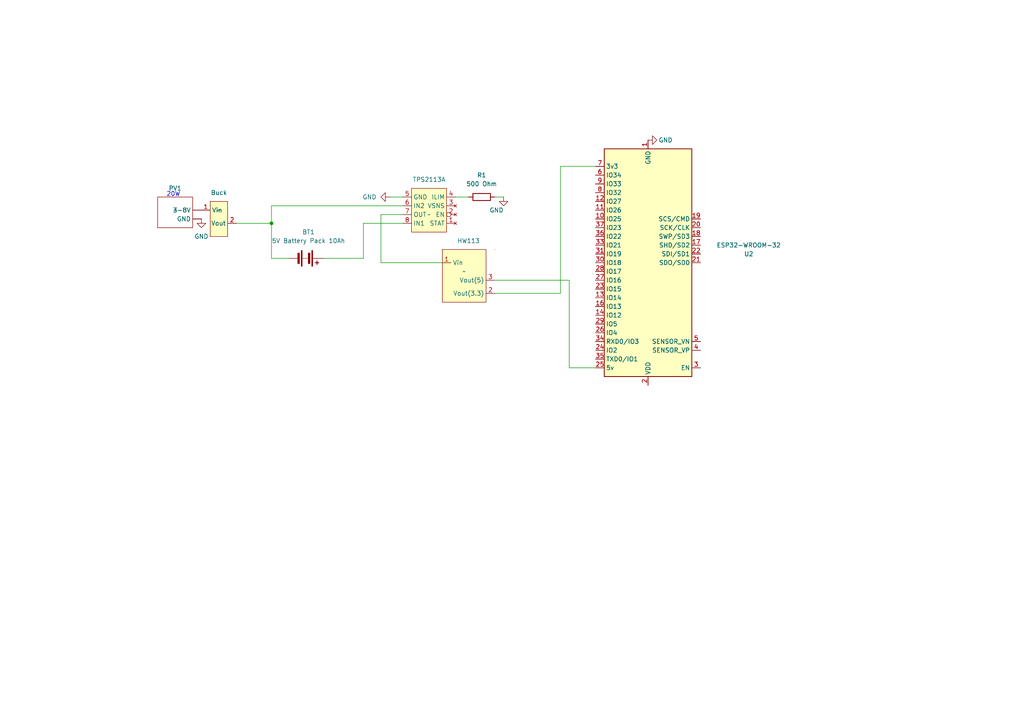
<source format=kicad_sch>
(kicad_sch (version 20230121) (generator eeschema)

  (uuid cca732cd-bb95-4fc9-b624-b9c93289a6a3)

  (paper "A4")

  (title_block
    (title "Lawrence Zeng Power Schematic")
  )

  (lib_symbols
    (symbol "Device:Battery" (pin_numbers hide) (pin_names (offset 0) hide) (in_bom yes) (on_board yes)
      (property "Reference" "BT" (at 2.54 2.54 0)
        (effects (font (size 1.27 1.27)) (justify left))
      )
      (property "Value" "Battery" (at 2.54 0 0)
        (effects (font (size 1.27 1.27)) (justify left))
      )
      (property "Footprint" "" (at 0 1.524 90)
        (effects (font (size 1.27 1.27)) hide)
      )
      (property "Datasheet" "~" (at 0 1.524 90)
        (effects (font (size 1.27 1.27)) hide)
      )
      (property "ki_keywords" "batt voltage-source cell" (at 0 0 0)
        (effects (font (size 1.27 1.27)) hide)
      )
      (property "ki_description" "Multiple-cell battery" (at 0 0 0)
        (effects (font (size 1.27 1.27)) hide)
      )
      (symbol "Battery_0_1"
        (rectangle (start -2.286 -1.27) (end 2.286 -1.524)
          (stroke (width 0) (type default))
          (fill (type outline))
        )
        (rectangle (start -2.286 1.778) (end 2.286 1.524)
          (stroke (width 0) (type default))
          (fill (type outline))
        )
        (rectangle (start -1.524 -2.032) (end 1.524 -2.54)
          (stroke (width 0) (type default))
          (fill (type outline))
        )
        (rectangle (start -1.524 1.016) (end 1.524 0.508)
          (stroke (width 0) (type default))
          (fill (type outline))
        )
        (polyline
          (pts
            (xy 0 -1.016)
            (xy 0 -0.762)
          )
          (stroke (width 0) (type default))
          (fill (type none))
        )
        (polyline
          (pts
            (xy 0 -0.508)
            (xy 0 -0.254)
          )
          (stroke (width 0) (type default))
          (fill (type none))
        )
        (polyline
          (pts
            (xy 0 0)
            (xy 0 0.254)
          )
          (stroke (width 0) (type default))
          (fill (type none))
        )
        (polyline
          (pts
            (xy 0 1.778)
            (xy 0 2.54)
          )
          (stroke (width 0) (type default))
          (fill (type none))
        )
        (polyline
          (pts
            (xy 0.762 3.048)
            (xy 1.778 3.048)
          )
          (stroke (width 0.254) (type default))
          (fill (type none))
        )
        (polyline
          (pts
            (xy 1.27 3.556)
            (xy 1.27 2.54)
          )
          (stroke (width 0.254) (type default))
          (fill (type none))
        )
      )
      (symbol "Battery_1_1"
        (pin passive line (at 0 5.08 270) (length 2.54)
          (name "+" (effects (font (size 1.27 1.27))))
          (number "1" (effects (font (size 1.27 1.27))))
        )
        (pin passive line (at 0 -5.08 90) (length 2.54)
          (name "-" (effects (font (size 1.27 1.27))))
          (number "2" (effects (font (size 1.27 1.27))))
        )
      )
    )
    (symbol "Device:R" (pin_numbers hide) (pin_names (offset 0)) (in_bom yes) (on_board yes)
      (property "Reference" "R" (at 2.032 0 90)
        (effects (font (size 1.27 1.27)))
      )
      (property "Value" "R" (at 0 0 90)
        (effects (font (size 1.27 1.27)))
      )
      (property "Footprint" "" (at -1.778 0 90)
        (effects (font (size 1.27 1.27)) hide)
      )
      (property "Datasheet" "~" (at 0 0 0)
        (effects (font (size 1.27 1.27)) hide)
      )
      (property "ki_keywords" "R res resistor" (at 0 0 0)
        (effects (font (size 1.27 1.27)) hide)
      )
      (property "ki_description" "Resistor" (at 0 0 0)
        (effects (font (size 1.27 1.27)) hide)
      )
      (property "ki_fp_filters" "R_*" (at 0 0 0)
        (effects (font (size 1.27 1.27)) hide)
      )
      (symbol "R_0_1"
        (rectangle (start -1.016 -2.54) (end 1.016 2.54)
          (stroke (width 0.254) (type default))
          (fill (type none))
        )
      )
      (symbol "R_1_1"
        (pin passive line (at 0 3.81 270) (length 1.27)
          (name "~" (effects (font (size 1.27 1.27))))
          (number "1" (effects (font (size 1.27 1.27))))
        )
        (pin passive line (at 0 -3.81 90) (length 1.27)
          (name "~" (effects (font (size 1.27 1.27))))
          (number "2" (effects (font (size 1.27 1.27))))
        )
      )
    )
    (symbol "ESP32-WROOM-32_1" (in_bom yes) (on_board yes)
      (property "Reference" "U1" (at 1.27 -48.26 90)
        (effects (font (size 1.27 1.27)))
      )
      (property "Value" "ESP32-WROOM-32" (at -1.27 -49.53 90)
        (effects (font (size 1.27 1.27)))
      )
      (property "Footprint" "RF_Module:ESP32-WROOM-32" (at 0 -38.1 0)
        (effects (font (size 1.27 1.27)) hide)
      )
      (property "Datasheet" "https://www.espressif.com/sites/default/files/documentation/esp32-wroom-32_datasheet_en.pdf" (at -7.62 1.27 0)
        (effects (font (size 1.27 1.27)) hide)
      )
      (property "ki_keywords" "RF Radio BT ESP ESP32 Espressif onboard PCB antenna" (at 0 0 0)
        (effects (font (size 1.27 1.27)) hide)
      )
      (property "ki_description" "RF Module, ESP32-D0WDQ6 SoC, Wi-Fi 802.11b/g/n, Bluetooth, BLE, 32-bit, 2.7-3.6V, onboard antenna, SMD" (at 0 0 0)
        (effects (font (size 1.27 1.27)) hide)
      )
      (property "ki_fp_filters" "ESP32?WROOM?32*" (at 0 0 0)
        (effects (font (size 1.27 1.27)) hide)
      )
      (symbol "ESP32-WROOM-32_1_0_1"
        (rectangle (start -12.7 33.02) (end 12.7 -33.02)
          (stroke (width 0.254) (type default))
          (fill (type background))
        )
      )
      (symbol "ESP32-WROOM-32_1_1_1"
        (pin power_in line (at 0 -35.56 90) (length 2.54)
          (name "GND" (effects (font (size 1.27 1.27))))
          (number "1" (effects (font (size 1.27 1.27))))
        )
        (pin bidirectional line (at 15.24 -12.7 180) (length 2.54)
          (name "IO25" (effects (font (size 1.27 1.27))))
          (number "10" (effects (font (size 1.27 1.27))))
        )
        (pin bidirectional line (at 15.24 -15.24 180) (length 2.54)
          (name "IO26" (effects (font (size 1.27 1.27))))
          (number "11" (effects (font (size 1.27 1.27))))
        )
        (pin bidirectional line (at 15.24 -17.78 180) (length 2.54)
          (name "IO27" (effects (font (size 1.27 1.27))))
          (number "12" (effects (font (size 1.27 1.27))))
        )
        (pin bidirectional line (at 15.24 10.16 180) (length 2.54)
          (name "IO14" (effects (font (size 1.27 1.27))))
          (number "13" (effects (font (size 1.27 1.27))))
        )
        (pin bidirectional line (at 15.24 15.24 180) (length 2.54)
          (name "IO12" (effects (font (size 1.27 1.27))))
          (number "14" (effects (font (size 1.27 1.27))))
        )
        (pin passive line (at 0 -35.56 90) (length 2.54) hide
          (name "GND" (effects (font (size 1.27 1.27))))
          (number "15" (effects (font (size 1.27 1.27))))
        )
        (pin bidirectional line (at 15.24 12.7 180) (length 2.54)
          (name "IO13" (effects (font (size 1.27 1.27))))
          (number "16" (effects (font (size 1.27 1.27))))
        )
        (pin bidirectional line (at -15.24 -5.08 0) (length 2.54)
          (name "SHD/SD2" (effects (font (size 1.27 1.27))))
          (number "17" (effects (font (size 1.27 1.27))))
        )
        (pin bidirectional line (at -15.24 -7.62 0) (length 2.54)
          (name "SWP/SD3" (effects (font (size 1.27 1.27))))
          (number "18" (effects (font (size 1.27 1.27))))
        )
        (pin bidirectional line (at -15.24 -12.7 0) (length 2.54)
          (name "SCS/CMD" (effects (font (size 1.27 1.27))))
          (number "19" (effects (font (size 1.27 1.27))))
        )
        (pin power_in line (at 0 35.56 270) (length 2.54)
          (name "VDD" (effects (font (size 1.27 1.27))))
          (number "2" (effects (font (size 1.27 1.27))))
        )
        (pin bidirectional line (at -15.24 -10.16 0) (length 2.54)
          (name "SCK/CLK" (effects (font (size 1.27 1.27))))
          (number "20" (effects (font (size 1.27 1.27))))
        )
        (pin bidirectional line (at -15.24 0 0) (length 2.54)
          (name "SDO/SD0" (effects (font (size 1.27 1.27))))
          (number "21" (effects (font (size 1.27 1.27))))
        )
        (pin bidirectional line (at -15.24 -2.54 0) (length 2.54)
          (name "SDI/SD1" (effects (font (size 1.27 1.27))))
          (number "22" (effects (font (size 1.27 1.27))))
        )
        (pin bidirectional line (at 15.24 7.62 180) (length 2.54)
          (name "IO15" (effects (font (size 1.27 1.27))))
          (number "23" (effects (font (size 1.27 1.27))))
        )
        (pin bidirectional line (at 15.24 25.4 180) (length 2.54)
          (name "IO2" (effects (font (size 1.27 1.27))))
          (number "24" (effects (font (size 1.27 1.27))))
        )
        (pin bidirectional line (at 15.24 30.48 180) (length 2.54)
          (name "5v" (effects (font (size 1.27 1.27))))
          (number "25" (effects (font (size 1.27 1.27))))
        )
        (pin bidirectional line (at 15.24 20.32 180) (length 2.54)
          (name "IO4" (effects (font (size 1.27 1.27))))
          (number "26" (effects (font (size 1.27 1.27))))
        )
        (pin bidirectional line (at 15.24 5.08 180) (length 2.54)
          (name "IO16" (effects (font (size 1.27 1.27))))
          (number "27" (effects (font (size 1.27 1.27))))
        )
        (pin bidirectional line (at 15.24 2.54 180) (length 2.54)
          (name "IO17" (effects (font (size 1.27 1.27))))
          (number "28" (effects (font (size 1.27 1.27))))
        )
        (pin bidirectional line (at 15.24 17.78 180) (length 2.54)
          (name "IO5" (effects (font (size 1.27 1.27))))
          (number "29" (effects (font (size 1.27 1.27))))
        )
        (pin input line (at -15.24 30.48 0) (length 2.54)
          (name "EN" (effects (font (size 1.27 1.27))))
          (number "3" (effects (font (size 1.27 1.27))))
        )
        (pin bidirectional line (at 15.24 0 180) (length 2.54)
          (name "IO18" (effects (font (size 1.27 1.27))))
          (number "30" (effects (font (size 1.27 1.27))))
        )
        (pin bidirectional line (at 15.24 -2.54 180) (length 2.54)
          (name "IO19" (effects (font (size 1.27 1.27))))
          (number "31" (effects (font (size 1.27 1.27))))
        )
        (pin no_connect line (at -12.7 -27.94 0) (length 2.54) hide
          (name "NC" (effects (font (size 1.27 1.27))))
          (number "32" (effects (font (size 1.27 1.27))))
        )
        (pin bidirectional line (at 15.24 -5.08 180) (length 2.54)
          (name "IO21" (effects (font (size 1.27 1.27))))
          (number "33" (effects (font (size 1.27 1.27))))
        )
        (pin bidirectional line (at 15.24 22.86 180) (length 2.54)
          (name "RXD0/IO3" (effects (font (size 1.27 1.27))))
          (number "34" (effects (font (size 1.27 1.27))))
        )
        (pin bidirectional line (at 15.24 27.94 180) (length 2.54)
          (name "TXD0/IO1" (effects (font (size 1.27 1.27))))
          (number "35" (effects (font (size 1.27 1.27))))
        )
        (pin bidirectional line (at 15.24 -7.62 180) (length 2.54)
          (name "IO22" (effects (font (size 1.27 1.27))))
          (number "36" (effects (font (size 1.27 1.27))))
        )
        (pin bidirectional line (at 15.24 -10.16 180) (length 2.54)
          (name "IO23" (effects (font (size 1.27 1.27))))
          (number "37" (effects (font (size 1.27 1.27))))
        )
        (pin passive line (at 0 -35.56 90) (length 2.54) hide
          (name "GND" (effects (font (size 1.27 1.27))))
          (number "38" (effects (font (size 1.27 1.27))))
        )
        (pin passive line (at 0 -35.56 90) (length 2.54) hide
          (name "GND" (effects (font (size 1.27 1.27))))
          (number "39" (effects (font (size 1.27 1.27))))
        )
        (pin input line (at -15.24 25.4 0) (length 2.54)
          (name "SENSOR_VP" (effects (font (size 1.27 1.27))))
          (number "4" (effects (font (size 1.27 1.27))))
        )
        (pin input line (at -15.24 22.86 0) (length 2.54)
          (name "SENSOR_VN" (effects (font (size 1.27 1.27))))
          (number "5" (effects (font (size 1.27 1.27))))
        )
        (pin input line (at 15.24 -25.4 180) (length 2.54)
          (name "IO34" (effects (font (size 1.27 1.27))))
          (number "6" (effects (font (size 1.27 1.27))))
        )
        (pin bidirectional line (at 15.24 -27.94 180) (length 2.54)
          (name "3v3" (effects (font (size 1.27 1.27))))
          (number "7" (effects (font (size 1.27 1.27))))
        )
        (pin bidirectional line (at 15.24 -20.32 180) (length 2.54)
          (name "IO32" (effects (font (size 1.27 1.27))))
          (number "8" (effects (font (size 1.27 1.27))))
        )
        (pin bidirectional line (at 15.24 -22.86 180) (length 2.54)
          (name "IO33" (effects (font (size 1.27 1.27))))
          (number "9" (effects (font (size 1.27 1.27))))
        )
      )
    )
    (symbol "New_Library:HW-131" (in_bom yes) (on_board yes)
      (property "Reference" "U" (at 0 7.62 0)
        (effects (font (size 1.27 1.27)))
      )
      (property "Value" "" (at 0 0 0)
        (effects (font (size 1.27 1.27)))
      )
      (property "Footprint" "" (at 0 0 0)
        (effects (font (size 1.27 1.27)) hide)
      )
      (property "Datasheet" "" (at 0 0 0)
        (effects (font (size 1.27 1.27)) hide)
      )
      (symbol "HW-131_0_1"
        (rectangle (start 8.89 6.35) (end 8.89 6.35)
          (stroke (width 0) (type default))
          (fill (type none))
        )
      )
      (symbol "HW-131_1_1"
        (rectangle (start -6.35 6.35) (end 6.35 -8.89)
          (stroke (width 0) (type default))
          (fill (type background))
        )
        (pin power_in line (at -6.35 2.54 0) (length 2.54)
          (name "Vin" (effects (font (size 1.27 1.27))))
          (number "1" (effects (font (size 1.27 1.27))))
        )
        (pin power_out line (at 8.89 -6.35 180) (length 2.54)
          (name "Vout(3.3)" (effects (font (size 1.27 1.27))))
          (number "2" (effects (font (size 1.27 1.27))))
        )
        (pin power_out line (at 8.89 -2.54 180) (length 2.54)
          (name "Vout(5)" (effects (font (size 1.27 1.27))))
          (number "3" (effects (font (size 1.27 1.27))))
        )
      )
    )
    (symbol "New_Library:buck" (in_bom yes) (on_board yes)
      (property "Reference" "U" (at 0 3.81 0)
        (effects (font (size 1.27 1.27)))
      )
      (property "Value" "" (at 0 0 0)
        (effects (font (size 1.27 1.27)))
      )
      (property "Footprint" "" (at 0 0 0)
        (effects (font (size 1.27 1.27)) hide)
      )
      (property "Datasheet" "" (at 0 0 0)
        (effects (font (size 1.27 1.27)) hide)
      )
      (symbol "buck_1_1"
        (rectangle (start -2.54 2.54) (end 2.54 -7.62)
          (stroke (width 0) (type default))
          (fill (type background))
        )
        (pin input line (at -5.08 0 0) (length 2.54)
          (name "Vin" (effects (font (size 1.27 1.27))))
          (number "1" (effects (font (size 1.27 1.27))))
        )
        (pin output line (at 5.08 -3.81 180) (length 2.54)
          (name "Vout" (effects (font (size 1.27 1.27))))
          (number "2" (effects (font (size 1.27 1.27))))
        )
      )
    )
    (symbol "New_Library:tsp2113apw" (in_bom yes) (on_board yes)
      (property "Reference" "U" (at 0 6.35 0)
        (effects (font (size 1.27 1.27)))
      )
      (property "Value" "" (at 0 0 0)
        (effects (font (size 1.27 1.27)))
      )
      (property "Footprint" "" (at 0 0 0)
        (effects (font (size 1.27 1.27)) hide)
      )
      (property "Datasheet" "" (at 0 0 0)
        (effects (font (size 1.27 1.27)) hide)
      )
      (symbol "tsp2113apw_1_1"
        (rectangle (start -5.08 5.08) (end 5.08 -7.62)
          (stroke (width 0) (type default))
          (fill (type background))
        )
        (pin no_connect line (at -7.62 2.54 0) (length 2.54)
          (name "STAT" (effects (font (size 1.27 1.27))))
          (number "1" (effects (font (size 1.27 1.27))))
        )
        (pin no_connect inverted (at -7.62 0 0) (length 2.54)
          (name "EN" (effects (font (size 1.27 1.27))))
          (number "2" (effects (font (size 1.27 1.27))))
        )
        (pin no_connect line (at -7.62 -2.54 0) (length 2.54)
          (name "VSNS" (effects (font (size 1.27 1.27))))
          (number "3" (effects (font (size 1.27 1.27))))
        )
        (pin input line (at -7.62 -5.08 0) (length 2.54)
          (name "ILIM" (effects (font (size 1.27 1.27))))
          (number "4" (effects (font (size 1.27 1.27))))
        )
        (pin power_in line (at 7.62 -5.08 180) (length 2.54)
          (name "GND" (effects (font (size 1.27 1.27))))
          (number "5" (effects (font (size 1.27 1.27))))
        )
        (pin power_in line (at 7.62 -2.54 180) (length 2.54)
          (name "IN2" (effects (font (size 1.27 1.27))))
          (number "6" (effects (font (size 1.27 1.27))))
        )
        (pin power_out line (at 7.62 0 180) (length 2.54)
          (name "OUT" (effects (font (size 1.27 1.27))))
          (number "7" (effects (font (size 1.27 1.27))))
        )
        (pin power_in line (at 7.62 2.54 180) (length 2.54)
          (name "IN1" (effects (font (size 1.27 1.27))))
          (number "8" (effects (font (size 1.27 1.27))))
        )
      )
    )
    (symbol "Solar_Panel_1" (in_bom yes) (on_board yes)
      (property "Reference" "PV" (at 0 7.62 0)
        (effects (font (size 1.27 1.27)))
      )
      (property "Value" "~" (at 0 0 0)
        (effects (font (size 1.27 1.27)))
      )
      (property "Footprint" "" (at 0 0 0)
        (effects (font (size 1.27 1.27)) hide)
      )
      (property "Datasheet" "" (at 0 0 0)
        (effects (font (size 1.27 1.27)) hide)
      )
      (symbol "Solar_Panel_1_0_1"
        (rectangle (start -5.08 3.81) (end 5.08 -5.08)
          (stroke (width 0) (type default))
          (fill (type none))
        )
      )
      (symbol "Solar_Panel_1_1_1"
        (pin power_out line (at 7.62 0 180) (length 2.54)
          (name "3-8V" (effects (font (size 1.27 1.27))))
          (number "" (effects (font (size 1.27 1.27))))
        )
        (pin power_out line (at 7.62 -2.54 180) (length 2.54)
          (name "GND" (effects (font (size 1.27 1.27))))
          (number "" (effects (font (size 1.27 1.27))))
        )
      )
    )
    (symbol "power:GND" (power) (pin_names (offset 0)) (in_bom yes) (on_board yes)
      (property "Reference" "#PWR" (at 0 -6.35 0)
        (effects (font (size 1.27 1.27)) hide)
      )
      (property "Value" "GND" (at 0 -3.81 0)
        (effects (font (size 1.27 1.27)))
      )
      (property "Footprint" "" (at 0 0 0)
        (effects (font (size 1.27 1.27)) hide)
      )
      (property "Datasheet" "" (at 0 0 0)
        (effects (font (size 1.27 1.27)) hide)
      )
      (property "ki_keywords" "global power" (at 0 0 0)
        (effects (font (size 1.27 1.27)) hide)
      )
      (property "ki_description" "Power symbol creates a global label with name \"GND\" , ground" (at 0 0 0)
        (effects (font (size 1.27 1.27)) hide)
      )
      (symbol "GND_0_1"
        (polyline
          (pts
            (xy 0 0)
            (xy 0 -1.27)
            (xy 1.27 -1.27)
            (xy 0 -2.54)
            (xy -1.27 -1.27)
            (xy 0 -1.27)
          )
          (stroke (width 0) (type default))
          (fill (type none))
        )
      )
      (symbol "GND_1_1"
        (pin power_in line (at 0 0 270) (length 0) hide
          (name "GND" (effects (font (size 1.27 1.27))))
          (number "1" (effects (font (size 1.27 1.27))))
        )
      )
    )
  )

  (junction (at 78.74 64.77) (diameter 0) (color 0 0 0 0)
    (uuid b7868271-bdc1-4ec3-a207-d5b69213be9a)
  )

  (wire (pts (xy 162.56 48.26) (xy 172.72 48.26))
    (stroke (width 0) (type default))
    (uuid 0ebf97ce-168a-4ffa-b7c0-0bd66a529289)
  )
  (wire (pts (xy 78.74 59.69) (xy 78.74 64.77))
    (stroke (width 0) (type default))
    (uuid 11f0045a-d58d-45d8-8606-8f1d97a782d3)
  )
  (wire (pts (xy 143.51 81.28) (xy 165.1 81.28))
    (stroke (width 0) (type default))
    (uuid 12865209-c5fc-43e3-9fb3-d9f76d820db9)
  )
  (wire (pts (xy 143.51 85.09) (xy 162.56 85.09))
    (stroke (width 0) (type default))
    (uuid 13e4281b-05c5-4474-b948-d40e4f5a09ff)
  )
  (wire (pts (xy 165.1 81.28) (xy 165.1 106.68))
    (stroke (width 0) (type default))
    (uuid 18848937-7258-49eb-a404-e7e5c1de0dad)
  )
  (wire (pts (xy 110.49 76.2) (xy 110.49 62.23))
    (stroke (width 0) (type default))
    (uuid 2a408166-dd2d-4131-a2d4-47a9401e1479)
  )
  (wire (pts (xy 113.03 57.15) (xy 116.84 57.15))
    (stroke (width 0) (type default))
    (uuid 36df7519-2424-4c29-8dd1-5571f4fb453b)
  )
  (wire (pts (xy 143.51 57.15) (xy 146.05 57.15))
    (stroke (width 0) (type default))
    (uuid 3ae9c429-f148-4230-9a45-3c8b0fa0b799)
  )
  (wire (pts (xy 78.74 74.93) (xy 83.82 74.93))
    (stroke (width 0) (type default))
    (uuid 3e1c54d5-75df-4fd1-99d5-d616a954a42e)
  )
  (wire (pts (xy 162.56 85.09) (xy 162.56 48.26))
    (stroke (width 0) (type default))
    (uuid 4bf0e569-b8f0-4794-ac73-f951970cdbf8)
  )
  (wire (pts (xy 110.49 76.2) (xy 128.27 76.2))
    (stroke (width 0) (type default))
    (uuid 4e333c38-1da9-4faf-a9a1-7944ee0ca6fc)
  )
  (wire (pts (xy 116.84 59.69) (xy 78.74 59.69))
    (stroke (width 0) (type default))
    (uuid 64a3c228-38a6-44a1-b7d0-51591adef3ef)
  )
  (wire (pts (xy 165.1 106.68) (xy 172.72 106.68))
    (stroke (width 0) (type default))
    (uuid 7eb11c5b-ba7d-4c4e-aebc-8d0cfa07ed0a)
  )
  (wire (pts (xy 105.41 74.93) (xy 105.41 64.77))
    (stroke (width 0) (type default))
    (uuid 93aa0879-de4d-4fa5-88f4-e6b99af41639)
  )
  (wire (pts (xy 78.74 64.77) (xy 78.74 74.93))
    (stroke (width 0) (type default))
    (uuid b06ef9bc-5337-4c74-aea3-a4670d30ae71)
  )
  (wire (pts (xy 68.58 64.77) (xy 78.74 64.77))
    (stroke (width 0) (type default))
    (uuid c3a1128c-9f7f-425a-95d5-85136c9217ae)
  )
  (wire (pts (xy 93.98 74.93) (xy 105.41 74.93))
    (stroke (width 0) (type default))
    (uuid c3f52a1f-f0c4-4087-b571-52fababb6c46)
  )
  (wire (pts (xy 110.49 62.23) (xy 116.84 62.23))
    (stroke (width 0) (type default))
    (uuid ddb72369-7ccb-4aac-8ccc-623add9db2ce)
  )
  (wire (pts (xy 132.08 57.15) (xy 135.89 57.15))
    (stroke (width 0) (type default))
    (uuid ece0b8de-2870-4be8-bb1f-76eece883c7a)
  )
  (wire (pts (xy 105.41 64.77) (xy 116.84 64.77))
    (stroke (width 0) (type default))
    (uuid fb88e14d-1164-4407-af31-7668d7371f43)
  )

  (text "20W" (at 48.26 57.15 0)
    (effects (font (face "KiCad Font") (size 1.27 1.27)) (justify left bottom))
    (uuid bd66c2ac-34c5-4ee1-8fe9-5b06cf5b4b01)
  )

  (symbol (lib_id "New_Library:HW-131") (at 134.62 78.74 0) (unit 1)
    (in_bom yes) (on_board yes) (dnp no) (fields_autoplaced)
    (uuid 07d11def-254a-4a49-b1a9-80a157abd294)
    (property "Reference" "HW113" (at 135.89 69.85 0)
      (effects (font (size 1.27 1.27)))
    )
    (property "Value" "~" (at 134.62 78.74 0)
      (effects (font (size 1.27 1.27)))
    )
    (property "Footprint" "" (at 134.62 78.74 0)
      (effects (font (size 1.27 1.27)) hide)
    )
    (property "Datasheet" "" (at 134.62 78.74 0)
      (effects (font (size 1.27 1.27)) hide)
    )
    (pin "1" (uuid 30c53ece-52a9-4927-b631-57748173637b))
    (pin "2" (uuid e27edfd3-7eda-4bea-bb6b-bfbfb41b9c3b))
    (pin "3" (uuid 15a320c5-e193-4120-bc79-af0b7728a1b3))
    (instances
      (project "Loisaida Power Schematic"
        (path "/cca732cd-bb95-4fc9-b624-b9c93289a6a3"
          (reference "HW113") (unit 1)
        )
      )
    )
  )

  (symbol (lib_id "power:GND") (at 146.05 57.15 0) (unit 1)
    (in_bom yes) (on_board yes) (dnp no)
    (uuid 0bc2bacb-326b-4375-8266-da97ed0933de)
    (property "Reference" "#PWR02" (at 146.05 63.5 0)
      (effects (font (size 1.27 1.27)) hide)
    )
    (property "Value" "GND" (at 146.05 60.96 0)
      (effects (font (size 1.27 1.27)) (justify right))
    )
    (property "Footprint" "" (at 146.05 57.15 0)
      (effects (font (size 1.27 1.27)) hide)
    )
    (property "Datasheet" "" (at 146.05 57.15 0)
      (effects (font (size 1.27 1.27)) hide)
    )
    (pin "1" (uuid df85d882-659a-499f-bcb2-03c7eaa207fd))
    (instances
      (project "Loisaida Power Schematic"
        (path "/cca732cd-bb95-4fc9-b624-b9c93289a6a3"
          (reference "#PWR02") (unit 1)
        )
      )
    )
  )

  (symbol (lib_id "New_Library:tsp2113apw") (at 124.46 62.23 180) (unit 1)
    (in_bom yes) (on_board yes) (dnp no) (fields_autoplaced)
    (uuid 56fc2a2a-ec79-466a-8745-4025beb534a7)
    (property "Reference" "TPS2113A" (at 124.46 52.07 0)
      (effects (font (size 1.27 1.27)))
    )
    (property "Value" "~" (at 124.46 62.23 0)
      (effects (font (size 1.27 1.27)))
    )
    (property "Footprint" "" (at 124.46 62.23 0)
      (effects (font (size 1.27 1.27)) hide)
    )
    (property "Datasheet" "" (at 124.46 62.23 0)
      (effects (font (size 1.27 1.27)) hide)
    )
    (pin "1" (uuid 65ec191f-219b-4ebc-a665-466920013a39))
    (pin "2" (uuid c1f633a7-f93b-4101-9b20-df86f8b18d98))
    (pin "3" (uuid 8ded2194-2fb5-43ff-8dc5-e84efc83043f))
    (pin "4" (uuid f76f5701-67f0-4442-83ab-454e23d348b3))
    (pin "5" (uuid fe6f1b0a-934f-4745-924a-60ae5281bd80))
    (pin "6" (uuid 3f9f923f-39e1-4c63-9868-6b2c639479e7))
    (pin "7" (uuid f9bdb844-3eba-4877-b05d-11f5f658d6ff))
    (pin "8" (uuid e2bde585-c394-4aa9-a0fc-670013e69ffb))
    (instances
      (project "Loisaida Power Schematic"
        (path "/cca732cd-bb95-4fc9-b624-b9c93289a6a3"
          (reference "TPS2113A") (unit 1)
        )
      )
    )
  )

  (symbol (lib_id "power:GND") (at 113.03 57.15 270) (unit 1)
    (in_bom yes) (on_board yes) (dnp no) (fields_autoplaced)
    (uuid 600a2f81-166c-45db-8f9c-b2df71872a24)
    (property "Reference" "#PWR03" (at 106.68 57.15 0)
      (effects (font (size 1.27 1.27)) hide)
    )
    (property "Value" "GND" (at 109.22 57.15 90)
      (effects (font (size 1.27 1.27)) (justify right))
    )
    (property "Footprint" "" (at 113.03 57.15 0)
      (effects (font (size 1.27 1.27)) hide)
    )
    (property "Datasheet" "" (at 113.03 57.15 0)
      (effects (font (size 1.27 1.27)) hide)
    )
    (pin "1" (uuid ae399124-9a6d-4366-861d-83de921da6e8))
    (instances
      (project "Loisaida Power Schematic"
        (path "/cca732cd-bb95-4fc9-b624-b9c93289a6a3"
          (reference "#PWR03") (unit 1)
        )
      )
    )
  )

  (symbol (lib_id "power:GND") (at 58.42 63.5 0) (unit 1)
    (in_bom yes) (on_board yes) (dnp no) (fields_autoplaced)
    (uuid 692752be-9879-4540-b3a2-19575fa27639)
    (property "Reference" "#PWR01" (at 58.42 69.85 0)
      (effects (font (size 1.27 1.27)) hide)
    )
    (property "Value" "GND" (at 58.42 68.58 0)
      (effects (font (size 1.27 1.27)))
    )
    (property "Footprint" "" (at 58.42 63.5 0)
      (effects (font (size 1.27 1.27)) hide)
    )
    (property "Datasheet" "" (at 58.42 63.5 0)
      (effects (font (size 1.27 1.27)) hide)
    )
    (pin "1" (uuid 5c77f6ba-61a8-4c3e-92db-bc7d911acc2e))
    (instances
      (project "Loisaida Power Schematic"
        (path "/cca732cd-bb95-4fc9-b624-b9c93289a6a3"
          (reference "#PWR01") (unit 1)
        )
      )
    )
  )

  (symbol (lib_id "New_Library:buck") (at 63.5 60.96 0) (unit 1)
    (in_bom yes) (on_board yes) (dnp no) (fields_autoplaced)
    (uuid 8ef3d2a6-3899-4889-8c81-408cf36afeb2)
    (property "Reference" "Buck" (at 63.5 55.88 0)
      (effects (font (size 1.27 1.27)))
    )
    (property "Value" "~" (at 63.5 60.96 0)
      (effects (font (size 1.27 1.27)))
    )
    (property "Footprint" "" (at 63.5 60.96 0)
      (effects (font (size 1.27 1.27)) hide)
    )
    (property "Datasheet" "" (at 63.5 60.96 0)
      (effects (font (size 1.27 1.27)) hide)
    )
    (pin "1" (uuid 7e527363-322e-40fa-a4b2-0b6cc488cd29))
    (pin "2" (uuid 5b56bae8-c3c7-4b40-8001-c577a1b925ce))
    (instances
      (project "Loisaida Power Schematic"
        (path "/cca732cd-bb95-4fc9-b624-b9c93289a6a3"
          (reference "Buck") (unit 1)
        )
      )
    )
  )

  (symbol (lib_id "power:GND") (at 187.96 40.64 90) (unit 1)
    (in_bom yes) (on_board yes) (dnp no)
    (uuid 9d72fbcd-6178-437c-a769-9bfa40f0c108)
    (property "Reference" "#PWR04" (at 194.31 40.64 0)
      (effects (font (size 1.27 1.27)) hide)
    )
    (property "Value" "GND" (at 193.04 40.64 90)
      (effects (font (size 1.27 1.27)))
    )
    (property "Footprint" "" (at 187.96 40.64 0)
      (effects (font (size 1.27 1.27)) hide)
    )
    (property "Datasheet" "" (at 187.96 40.64 0)
      (effects (font (size 1.27 1.27)) hide)
    )
    (pin "1" (uuid 3f324b53-c078-4995-9fa5-d10eecb299b3))
    (instances
      (project "Loisaida Power Schematic"
        (path "/cca732cd-bb95-4fc9-b624-b9c93289a6a3"
          (reference "#PWR04") (unit 1)
        )
      )
    )
  )

  (symbol (lib_id "Device:Battery") (at 88.9 74.93 270) (unit 1)
    (in_bom yes) (on_board yes) (dnp no) (fields_autoplaced)
    (uuid bd21d131-bae3-4963-871b-8f8aa77ee03a)
    (property "Reference" "BT1" (at 89.4715 67.31 90)
      (effects (font (size 1.27 1.27)))
    )
    (property "Value" "5V Battery Pack 10Ah" (at 89.4715 69.85 90)
      (effects (font (size 1.27 1.27)))
    )
    (property "Footprint" "" (at 90.424 74.93 90)
      (effects (font (size 1.27 1.27)) hide)
    )
    (property "Datasheet" "~" (at 90.424 74.93 90)
      (effects (font (size 1.27 1.27)) hide)
    )
    (pin "1" (uuid 55fab645-fe69-4ae4-86ca-dd64342ce2ae))
    (pin "2" (uuid 39dbf2a8-43e1-4adb-b7a8-55218adb59da))
    (instances
      (project "Loisaida Power Schematic"
        (path "/cca732cd-bb95-4fc9-b624-b9c93289a6a3"
          (reference "BT1") (unit 1)
        )
      )
    )
  )

  (symbol (lib_name "Solar_Panel_1") (lib_id "New_Library:Solar_Panel") (at 50.8 60.96 0) (unit 1)
    (in_bom yes) (on_board yes) (dnp no) (fields_autoplaced)
    (uuid ddb6e899-69b9-4aff-b260-b09a4b77f694)
    (property "Reference" "PV1" (at 50.8 54.61 0)
      (effects (font (size 1.27 1.27)))
    )
    (property "Value" "~" (at 50.8 60.96 0)
      (effects (font (size 1.27 1.27)))
    )
    (property "Footprint" "" (at 50.8 60.96 0)
      (effects (font (size 1.27 1.27)) hide)
    )
    (property "Datasheet" "" (at 50.8 60.96 0)
      (effects (font (size 1.27 1.27)) hide)
    )
    (pin "" (uuid 9df4303f-cfb0-4cd3-82f3-d323e2ebcece))
    (pin "" (uuid 9df4303f-cfb0-4cd3-82f3-d323e2ebcece))
    (instances
      (project "Loisaida Power Schematic"
        (path "/cca732cd-bb95-4fc9-b624-b9c93289a6a3"
          (reference "PV1") (unit 1)
        )
      )
    )
  )

  (symbol (lib_id "Device:R") (at 139.7 57.15 270) (unit 1)
    (in_bom yes) (on_board yes) (dnp no) (fields_autoplaced)
    (uuid ea6c2e55-8879-499a-aa0d-77242c4e24ac)
    (property "Reference" "R1" (at 139.7 50.8 90)
      (effects (font (size 1.27 1.27)))
    )
    (property "Value" "500 Ohm" (at 139.7 53.34 90)
      (effects (font (size 1.27 1.27)))
    )
    (property "Footprint" "" (at 139.7 55.372 90)
      (effects (font (size 1.27 1.27)) hide)
    )
    (property "Datasheet" "~" (at 139.7 57.15 0)
      (effects (font (size 1.27 1.27)) hide)
    )
    (pin "1" (uuid 8a2eb579-2bfb-418e-9d8e-0bf8f4b8e9e0))
    (pin "2" (uuid 0dd77575-1005-489e-a07b-4c6f9b067f5f))
    (instances
      (project "Loisaida Power Schematic"
        (path "/cca732cd-bb95-4fc9-b624-b9c93289a6a3"
          (reference "R1") (unit 1)
        )
      )
    )
  )

  (symbol (lib_name "ESP32-WROOM-32_1") (lib_id "RF_Module:ESP32-WROOM-32") (at 187.96 76.2 180) (unit 1)
    (in_bom yes) (on_board yes) (dnp no)
    (uuid fd4167b8-291e-495e-836c-aa03adc4e4ec)
    (property "Reference" "U2" (at 217.17 73.66 0)
      (effects (font (size 1.27 1.27)))
    )
    (property "Value" "ESP32-WROOM-32" (at 217.17 71.12 0)
      (effects (font (size 1.27 1.27)))
    )
    (property "Footprint" "RF_Module:ESP32-WROOM-32" (at 187.96 38.1 0)
      (effects (font (size 1.27 1.27)) hide)
    )
    (property "Datasheet" "https://www.espressif.com/sites/default/files/documentation/esp32-wroom-32_datasheet_en.pdf" (at 195.58 77.47 0)
      (effects (font (size 1.27 1.27)) hide)
    )
    (pin "1" (uuid 3c221179-e390-4ed4-860c-bba6baae3944))
    (pin "10" (uuid 86f94a87-20de-44cd-ad26-ddb62c9fabd3))
    (pin "11" (uuid 30283f3f-ea3d-464d-b9c8-1801a57e072c))
    (pin "12" (uuid 0d3865c0-2ff1-4866-853b-0a6ad606a033))
    (pin "13" (uuid bb7b6162-22db-4e2d-a952-c5521baf187a))
    (pin "14" (uuid 8f2aeb65-32d2-4fdf-a86a-ab2ea9e09203))
    (pin "15" (uuid 33ee6f7d-c77e-46f8-9a8f-47af5a9b727c))
    (pin "16" (uuid 26dac852-c0a5-4e80-893a-b3edd8b65661))
    (pin "17" (uuid 06573a88-0c2d-4f08-ac25-d1385d5483da))
    (pin "18" (uuid 2a85f6cf-159e-4eb7-ac16-24baf5b78fa3))
    (pin "19" (uuid fbdacb54-dc9e-4598-8e12-5b715f9168ae))
    (pin "2" (uuid 119d616e-39ec-493f-bc66-efd15366b435))
    (pin "20" (uuid 8e3f1305-08f0-431e-ad17-b0bc715b6d32))
    (pin "21" (uuid 02f7659f-7a30-421d-97ef-a2091b8b8d58))
    (pin "22" (uuid 7d61a1aa-d1a4-4444-8823-9573ec4c6c19))
    (pin "23" (uuid 9d2f81b7-ea82-4c33-8605-fbdb23e451cf))
    (pin "24" (uuid ceb2ebf4-3bb1-42a1-b95b-42920671f8ec))
    (pin "25" (uuid 38209d52-3461-4c14-9e75-6fe7627e9f2b))
    (pin "26" (uuid 1e4e157b-a25f-4a4f-8d74-0f7bbe7d8c3b))
    (pin "27" (uuid 31d0105b-822e-4e90-beb3-8303ecae02f0))
    (pin "28" (uuid becc5796-5f02-4fd0-b873-eb6272bb68bf))
    (pin "29" (uuid 08c4dd33-705f-4842-82e8-9d0c52515236))
    (pin "3" (uuid 80983836-e185-4567-b356-5a0adb1f13c5))
    (pin "30" (uuid 5fa398a7-d1e6-4533-8f48-02d060f4a28b))
    (pin "31" (uuid 209d5915-cf44-4b51-a293-0f16eef29e84))
    (pin "32" (uuid 5db1c942-d106-4c13-a607-c17d27c4b6fc))
    (pin "33" (uuid 5d8f0110-e5d4-4b0c-b32c-8c4226cb1b86))
    (pin "34" (uuid 22c02bef-36d7-4777-8661-f05a65a9196b))
    (pin "35" (uuid 417548d5-6d36-42d4-b568-87cf7637d18c))
    (pin "36" (uuid 746ee2f4-6c33-4fcd-80f3-7d295b4be8e0))
    (pin "37" (uuid f0c971c0-e4f6-48e6-a237-b17bf8156d4b))
    (pin "38" (uuid 7bd3bc61-fa26-44e1-9763-15b5200161d3))
    (pin "39" (uuid eed07dd2-52a9-4057-a706-79fa55947b0a))
    (pin "4" (uuid 6c764b3e-56e2-4165-a2ae-1efd77dac77b))
    (pin "5" (uuid e179bb85-5430-4f06-be14-08ccbd192dd8))
    (pin "6" (uuid 65a4b7c3-e9bc-4541-aeac-0f8c92f0eea4))
    (pin "7" (uuid a900cc09-fc19-4942-b612-477e4cf65189))
    (pin "8" (uuid 82665c29-616d-4ac6-b161-718b7b854cfe))
    (pin "9" (uuid f859138b-e656-4df8-af6e-574e62d98130))
    (instances
      (project "Loisaida Power Schematic"
        (path "/cca732cd-bb95-4fc9-b624-b9c93289a6a3"
          (reference "U2") (unit 1)
        )
      )
    )
  )

  (sheet_instances
    (path "/" (page "1"))
  )
)

</source>
